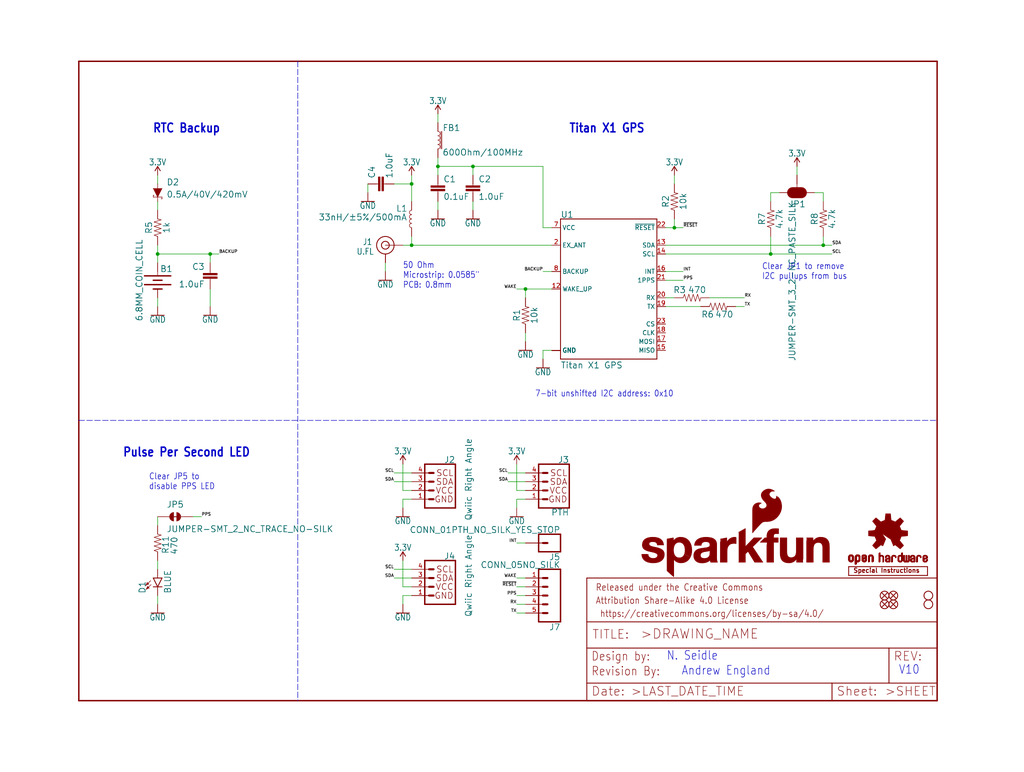
<source format=kicad_sch>
(kicad_sch (version 20211123) (generator eeschema)
  (paper "User" 297.002 223.926)
  (lib_symbols
    (symbol "Qwiic GPS - Titan X1 v10-eagle-import:0.1UF-0603-25V-(+80{slash}-20%)"
      (property "Reference" "C" (at 1.524 2.921 0))
      (property "Value" "0.1UF-0603-25V-(+80{slash}-20%)" (at 1.524 -2.159 0))
      (symbol "0.1UF-0603-25V-(+80{slash}-20%)_1_0"
        (pin passive line (at 0 5.08 270) (length 2.54) (name "1") (number "1"))
        (pin passive line (at 0 -2.54 90) (length 2.54) (name "2") (number "2"))
      )
    )
    (symbol "Qwiic GPS - Titan X1 v10-eagle-import:1.0UF-0603-16V-10%"
      (property "Reference" "C" (at 1.524 2.921 0))
      (property "Value" "1.0UF-0603-16V-10%" (at 1.524 -2.159 0))
      (symbol "1.0UF-0603-16V-10%_1_0"
        (pin passive line (at 0 5.08 270) (length 2.54) (name "1") (number "1"))
        (pin passive line (at 0 -2.54 90) (length 2.54) (name "2") (number "2"))
      )
    )
    (symbol "Qwiic GPS - Titan X1 v10-eagle-import:10KOHM-0603-1{slash}10W-1%"
      (property "Reference" "R" (at 0 1.524 0))
      (property "Value" "10KOHM-0603-1{slash}10W-1%" (at 0 -1.524 0))
      (symbol "10KOHM-0603-1{slash}10W-1%_1_0"
        (pin passive line (at -5.08 0 0) (length 2.54) (name "1") (number "1"))
        (pin passive line (at 5.08 0 180) (length 2.54) (name "2") (number "2"))
      )
    )
    (symbol "Qwiic GPS - Titan X1 v10-eagle-import:1KOHM-0603-1{slash}10W-1%"
      (property "Reference" "R" (at 0 1.524 0))
      (property "Value" "1KOHM-0603-1{slash}10W-1%" (at 0 -1.524 0))
      (symbol "1KOHM-0603-1{slash}10W-1%_1_0"
        (pin passive line (at -5.08 0 0) (length 2.54) (name "1") (number "1"))
        (pin passive line (at 5.08 0 180) (length 2.54) (name "2") (number "2"))
      )
    )
    (symbol "Qwiic GPS - Titan X1 v10-eagle-import:3.3V" (power)
      (property "Value" "3.3V" (at 0 2.794 0))
      (symbol "3.3V_1_0"
        (pin power_in line (at 0 0 90) (length 2.54) (name "3.3V") (number "1"))
      )
    )
    (symbol "Qwiic GPS - Titan X1 v10-eagle-import:4.7KOHM-0603-1{slash}10W-1%"
      (property "Reference" "R" (at 0 1.524 0))
      (property "Value" "4.7KOHM-0603-1{slash}10W-1%" (at 0 -1.524 0))
      (symbol "4.7KOHM-0603-1{slash}10W-1%_1_0"
        (pin passive line (at -5.08 0 0) (length 2.54) (name "1") (number "1"))
        (pin passive line (at 5.08 0 180) (length 2.54) (name "2") (number "2"))
      )
    )
    (symbol "Qwiic GPS - Titan X1 v10-eagle-import:470OHM-0603-1{slash}10W-1%"
      (property "Reference" "R" (at 0 1.524 0))
      (property "Value" "470OHM-0603-1{slash}10W-1%" (at 0 -1.524 0))
      (symbol "470OHM-0603-1{slash}10W-1%_1_0"
        (pin passive line (at -5.08 0 0) (length 2.54) (name "1") (number "1"))
        (pin passive line (at 5.08 0 180) (length 2.54) (name "2") (number "2"))
      )
    )
    (symbol "Qwiic GPS - Titan X1 v10-eagle-import:BATTERY-6.8MM_SMD"
      (property "Reference" "BT" (at 0 4.318 0))
      (property "Value" "BATTERY-6.8MM_SMD" (at 0 -4.318 0))
      (symbol "BATTERY-6.8MM_SMD_1_0"
        (pin power_in line (at -5.08 0 0) (length 2.54) (name "+") (number "+"))
        (pin power_in line (at 5.08 0 180) (length 2.54) (name "-") (number "-"))
      )
    )
    (symbol "Qwiic GPS - Titan X1 v10-eagle-import:CONN_01PTH_NO_SILK_YES_STOP"
      (property "Reference" "J" (at -2.54 3.048 0))
      (property "Value" "CONN_01PTH_NO_SILK_YES_STOP" (at -2.54 -4.826 0))
      (symbol "CONN_01PTH_NO_SILK_YES_STOP_1_0"
        (pin passive line (at 7.62 0 180) (length 5.08) (name "1") (number "1"))
      )
    )
    (symbol "Qwiic GPS - Titan X1 v10-eagle-import:CONN_05NO_SILK"
      (property "Reference" "J" (at -2.54 8.128 0))
      (property "Value" "CONN_05NO_SILK" (at -2.54 -9.906 0))
      (symbol "CONN_05NO_SILK_1_0"
        (pin passive line (at 7.62 -5.08 180) (length 5.08) (name "1") (number "1"))
        (pin passive line (at 7.62 -2.54 180) (length 5.08) (name "2") (number "2"))
        (pin passive line (at 7.62 0 180) (length 5.08) (name "3") (number "3"))
        (pin passive line (at 7.62 2.54 180) (length 5.08) (name "4") (number "4"))
        (pin passive line (at 7.62 5.08 180) (length 5.08) (name "5") (number "5"))
      )
    )
    (symbol "Qwiic GPS - Titan X1 v10-eagle-import:DIODE-SCHOTTKY-PMEG4005EJ"
      (property "Reference" "D" (at -2.54 2.032 0))
      (property "Value" "DIODE-SCHOTTKY-PMEG4005EJ" (at -2.54 -2.032 0))
      (symbol "DIODE-SCHOTTKY-PMEG4005EJ_1_0"
        (pin passive line (at -2.54 0 0) (length 0) (name "A") (number "A"))
        (pin passive line (at 2.54 0 180) (length 0) (name "C") (number "C"))
      )
    )
    (symbol "Qwiic GPS - Titan X1 v10-eagle-import:FERRITE_BEAD-0603"
      (property "Reference" "FB" (at 1.27 2.54 0))
      (property "Value" "FERRITE_BEAD-0603" (at 1.27 -2.54 0))
      (symbol "FERRITE_BEAD-0603_1_0"
        (pin passive line (at 0 5.08 270) (length 2.54) (name "1") (number "1"))
        (pin passive line (at 0 -5.08 90) (length 2.54) (name "2") (number "2"))
      )
    )
    (symbol "Qwiic GPS - Titan X1 v10-eagle-import:FIDUCIALUFIDUCIAL")
    (symbol "Qwiic GPS - Titan X1 v10-eagle-import:FRAME-LETTER"
      (symbol "FRAME-LETTER_2_0"
        (text " https://creativecommons.org/licenses/by-sa/4.0/" (at 2.54 24.13 0) (effects (font (size 1.9304 1.6408)) (justify left bottom)))
        (text ">DRAWING_NAME" (at 15.494 17.78 0) (effects (font (size 2.7432 2.7432)) (justify left bottom)))
        (text ">LAST_DATE_TIME" (at 12.7 1.27 0) (effects (font (size 2.54 2.54)) (justify left bottom)))
        (text ">SHEET" (at 86.36 1.27 0) (effects (font (size 2.54 2.54)) (justify left bottom)))
        (text "Attribution Share-Alike 4.0 License" (at 2.54 27.94 0) (effects (font (size 1.9304 1.6408)) (justify left bottom)))
        (text "Date:" (at 1.27 1.27 0) (effects (font (size 2.54 2.54)) (justify left bottom)))
        (text "Design by:" (at 1.27 11.43 0) (effects (font (size 2.54 2.159)) (justify left bottom)))
        (text "Released under the Creative Commons" (at 2.54 31.75 0) (effects (font (size 1.9304 1.6408)) (justify left bottom)))
        (text "REV:" (at 88.9 11.43 0) (effects (font (size 2.54 2.54)) (justify left bottom)))
        (text "Sheet:" (at 72.39 1.27 0) (effects (font (size 2.54 2.54)) (justify left bottom)))
        (text "TITLE:" (at 1.524 17.78 0) (effects (font (size 2.54 2.54)) (justify left bottom)))
      )
    )
    (symbol "Qwiic GPS - Titan X1 v10-eagle-import:GND" (power)
      (property "Value" "GND" (at 0 -0.254 0))
      (symbol "GND_1_0"
        (pin power_in line (at 0 2.54 270) (length 2.54) (name "GND") (number "1"))
      )
    )
    (symbol "Qwiic GPS - Titan X1 v10-eagle-import:I2C_STANDARDQWIIC"
      (property "Reference" "J" (at -5.08 7.874 0))
      (property "Value" "I2C_STANDARDQWIIC" (at -5.08 -5.334 0))
      (symbol "I2C_STANDARDQWIIC_1_0"
        (text "GND" (at -4.572 -2.54 0) (effects (font (size 1.778 1.778)) (justify left)))
        (text "SCL" (at -4.572 5.08 0) (effects (font (size 1.778 1.778)) (justify left)))
        (text "SDA" (at -4.572 2.54 0) (effects (font (size 1.778 1.778)) (justify left)))
        (text "VCC" (at -4.572 0 0) (effects (font (size 1.778 1.778)) (justify left)))
        (pin power_in line (at 7.62 -2.54 180) (length 5.08) (name "1") (number "1"))
        (pin power_in line (at 7.62 0 180) (length 5.08) (name "2") (number "2"))
        (pin passive line (at 7.62 2.54 180) (length 5.08) (name "3") (number "3"))
        (pin passive line (at 7.62 5.08 180) (length 5.08) (name "4") (number "4"))
      )
    )
    (symbol "Qwiic GPS - Titan X1 v10-eagle-import:I2C_STANDARD_NO_SILK"
      (property "Reference" "J" (at -5.08 7.874 0))
      (property "Value" "I2C_STANDARD_NO_SILK" (at -5.08 -5.334 0))
      (symbol "I2C_STANDARD_NO_SILK_1_0"
        (text "GND" (at -4.572 -2.54 0) (effects (font (size 1.778 1.778)) (justify left)))
        (text "SCL" (at -4.572 5.08 0) (effects (font (size 1.778 1.778)) (justify left)))
        (text "SDA" (at -4.572 2.54 0) (effects (font (size 1.778 1.778)) (justify left)))
        (text "VCC" (at -4.572 0 0) (effects (font (size 1.778 1.778)) (justify left)))
        (pin power_in line (at 7.62 -2.54 180) (length 5.08) (name "1") (number "1"))
        (pin power_in line (at 7.62 0 180) (length 5.08) (name "2") (number "2"))
        (pin passive line (at 7.62 2.54 180) (length 5.08) (name "3") (number "3"))
        (pin passive line (at 7.62 5.08 180) (length 5.08) (name "4") (number "4"))
      )
    )
    (symbol "Qwiic GPS - Titan X1 v10-eagle-import:INDUCTOR-0603-33NH"
      (property "Reference" "L" (at 1.27 2.54 0))
      (property "Value" "INDUCTOR-0603-33NH" (at 1.27 -2.54 0))
      (symbol "INDUCTOR-0603-33NH_1_0"
        (pin passive line (at 0 5.08 270) (length 2.54) (name "1") (number "1"))
        (pin passive line (at 0 -5.08 90) (length 2.54) (name "2") (number "2"))
      )
    )
    (symbol "Qwiic GPS - Titan X1 v10-eagle-import:JUMPER-SMT_2_NC_TRACE_NO-SILK"
      (property "Reference" "JP" (at -2.54 2.54 0))
      (property "Value" "JUMPER-SMT_2_NC_TRACE_NO-SILK" (at -2.54 -2.54 0))
      (symbol "JUMPER-SMT_2_NC_TRACE_NO-SILK_1_0"
        (pin passive line (at -5.08 0 0) (length 2.54) (name "1") (number "1"))
        (pin passive line (at 5.08 0 180) (length 2.54) (name "2") (number "2"))
      )
    )
    (symbol "Qwiic GPS - Titan X1 v10-eagle-import:JUMPER-SMT_3_2-NC_PASTE_SILK"
      (property "Reference" "JP" (at 2.54 0.381 0))
      (property "Value" "JUMPER-SMT_3_2-NC_PASTE_SILK" (at 2.54 -0.381 0))
      (symbol "JUMPER-SMT_3_2-NC_PASTE_SILK_1_0"
        (pin passive line (at 0 5.08 270) (length 2.54) (name "1") (number "1"))
        (pin passive line (at -5.08 0 0) (length 2.54) (name "2") (number "2"))
        (pin passive line (at 0 -5.08 90) (length 2.54) (name "3") (number "3"))
      )
    )
    (symbol "Qwiic GPS - Titan X1 v10-eagle-import:LED-BLUE0603"
      (property "Reference" "D" (at -3.429 -4.572 90))
      (property "Value" "LED-BLUE0603" (at 1.905 -4.572 90))
      (symbol "LED-BLUE0603_1_0"
        (pin passive line (at 0 2.54 270) (length 2.54) (name "A") (number "A"))
        (pin passive line (at 0 -5.08 90) (length 2.54) (name "C") (number "C"))
      )
    )
    (symbol "Qwiic GPS - Titan X1 v10-eagle-import:OSHW-LOGOMINI")
    (symbol "Qwiic GPS - Titan X1 v10-eagle-import:REVISION"
      (symbol "REVISION_1_0"
        (text "Revision By: " (at 0 0 0) (effects (font (size 2.54 2.159)) (justify left bottom)))
      )
    )
    (symbol "Qwiic GPS - Titan X1 v10-eagle-import:SFE_LOGO_NAME_FLAME.1_INCH")
    (symbol "Qwiic GPS - Titan X1 v10-eagle-import:SPECIAL_INSTRUCTIONS-PRODUCTION"
      (symbol "SPECIAL_INSTRUCTIONS-PRODUCTION_1_0"
        (text "Special Instructions" (at 1.27 0.6985 0) (effects (font (size 1.27 1.27) (thickness 0.254) bold) (justify left bottom)))
      )
    )
    (symbol "Qwiic GPS - Titan X1 v10-eagle-import:STAND-OFF")
    (symbol "Qwiic GPS - Titan X1 v10-eagle-import:TITAN_X1_GPS"
      (property "Reference" "U" (at -15.24 20.574 0))
      (property "Value" "TITAN_X1_GPS" (at -15.24 -23.114 0))
      (symbol "TITAN_X1_GPS_1_0"
        (pin bidirectional line (at -17.78 -17.78 0) (length 2.54) (name "GND") (number "1"))
        (pin bidirectional line (at -17.78 -17.78 0) (length 2.54) (name "GND") (number "10"))
        (pin bidirectional line (at -17.78 -17.78 0) (length 2.54) (name "GND") (number "11"))
        (pin bidirectional line (at -17.78 0 0) (length 2.54) (name "WAKE_UP") (number "12"))
        (pin bidirectional line (at 15.24 12.7 180) (length 2.54) (name "SDA") (number "13"))
        (pin bidirectional line (at 15.24 10.16 180) (length 2.54) (name "SCL") (number "14"))
        (pin bidirectional line (at 15.24 -17.78 180) (length 2.54) (name "MISO") (number "15"))
        (pin bidirectional line (at 15.24 5.08 180) (length 2.54) (name "INT") (number "16"))
        (pin bidirectional line (at 15.24 -15.24 180) (length 2.54) (name "MOSI") (number "17"))
        (pin bidirectional line (at 15.24 -12.7 180) (length 2.54) (name "CLK") (number "18"))
        (pin bidirectional line (at 15.24 -5.08 180) (length 2.54) (name "TX") (number "19"))
        (pin bidirectional line (at -17.78 12.7 0) (length 2.54) (name "EX_ANT") (number "2"))
        (pin bidirectional line (at 15.24 -2.54 180) (length 2.54) (name "RX") (number "20"))
        (pin bidirectional line (at 15.24 2.54 180) (length 2.54) (name "1PPS") (number "21"))
        (pin bidirectional line (at 15.24 17.78 180) (length 2.54) (name "~{RESET}") (number "22"))
        (pin bidirectional line (at 15.24 -10.16 180) (length 2.54) (name "CS") (number "23"))
        (pin bidirectional line (at -17.78 -17.78 0) (length 2.54) (name "GND") (number "24"))
        (pin bidirectional line (at -17.78 -17.78 0) (length 2.54) (name "GND") (number "3"))
        (pin bidirectional line (at -17.78 -17.78 0) (length 2.54) (name "GND") (number "4"))
        (pin bidirectional line (at -17.78 -17.78 0) (length 2.54) (name "GND") (number "5"))
        (pin bidirectional line (at -17.78 -17.78 0) (length 2.54) (name "GND") (number "6"))
        (pin bidirectional line (at -17.78 17.78 0) (length 2.54) (name "VCC") (number "7"))
        (pin bidirectional line (at -17.78 5.08 0) (length 2.54) (name "BACKUP") (number "8"))
        (pin bidirectional line (at -17.78 -17.78 0) (length 2.54) (name "GND") (number "9"))
      )
    )
    (symbol "Qwiic GPS - Titan X1 v10-eagle-import:U.FL2PIN"
      (property "Reference" "J" (at 2.54 -5.08 0))
      (property "Value" "U.FL2PIN" (at 2.54 -7.62 0))
      (symbol "U.FL2PIN_1_0"
        (pin bidirectional line (at 0 -5.08 90) (length 2.54) (name "GND") (number "1"))
        (pin bidirectional line (at 0 -5.08 90) (length 2.54) (name "GND") (number "2"))
        (pin bidirectional line (at 5.08 0 180) (length 5.08) (name "SIGNAL") (number "FEED"))
      )
    )
  )
  (junction (at 127 48.26))
  (junction (at 195.58 66.04))
  (junction (at 137.16 48.26))
  (junction (at 223.52 73.66))
  (junction (at 45.72 73.66))
  (junction (at 119.38 53.34))
  (junction (at 60.96 73.66))
  (junction (at 119.38 71.12))
  (junction (at 152.4 83.82))
  (junction (at 238.76 71.12))
  (wire (pts (xy 238.76 55.88) (xy 236.22 55.88)))
  (wire (pts (xy 111.76 78.74) (xy 111.76 76.2)))
  (wire (pts (xy 238.76 68.58) (xy 238.76 71.12)))
  (wire (pts (xy 152.4 83.82) (xy 152.4 86.36)))
  (wire (pts (xy 160.02 83.82) (xy 152.4 83.82)))
  (wire (pts (xy 160.02 71.12) (xy 119.38 71.12)))
  (wire (pts (xy 119.38 142.24) (xy 116.84 142.24)))
  (wire (pts (xy 119.38 167.64) (xy 114.3 167.64)))
  (wire (pts (xy 152.4 157.48) (xy 149.86 157.48)))
  (wire (pts (xy 149.86 144.78) (xy 149.86 147.32)))
  (wire (pts (xy 193.04 78.74) (xy 198.12 78.74)))
  (wire (pts (xy 152.4 142.24) (xy 149.86 142.24)))
  (wire (pts (xy 45.72 58.42) (xy 45.72 60.96)))
  (wire (pts (xy 205.74 86.36) (xy 215.9 86.36)))
  (wire (pts (xy 119.38 137.16) (xy 114.3 137.16)))
  (wire (pts (xy 127 58.42) (xy 127 60.96)))
  (wire (pts (xy 238.76 71.12) (xy 241.3 71.12)))
  (wire (pts (xy 60.96 73.66) (xy 63.5 73.66)))
  (wire (pts (xy 157.48 48.26) (xy 157.48 66.04)))
  (wire (pts (xy 195.58 53.34) (xy 195.58 50.8)))
  (wire (pts (xy 195.58 66.04) (xy 198.12 66.04)))
  (wire (pts (xy 119.38 165.1) (xy 114.3 165.1)))
  (wire (pts (xy 160.02 78.74) (xy 157.48 78.74)))
  (wire (pts (xy 193.04 81.28) (xy 198.12 81.28)))
  (wire (pts (xy 127 33.02) (xy 127 35.56)))
  (wire (pts (xy 152.4 170.18) (xy 149.86 170.18)))
  (wire (pts (xy 45.72 86.36) (xy 45.72 88.9)))
  (wire (pts (xy 152.4 175.26) (xy 149.86 175.26)))
  (wire (pts (xy 193.04 88.9) (xy 203.2 88.9)))
  (wire (pts (xy 193.04 86.36) (xy 195.58 86.36)))
  (polyline (pts (xy 86.36 17.78) (xy 86.36 203.2)))
  (wire (pts (xy 152.4 137.16) (xy 147.32 137.16)))
  (wire (pts (xy 152.4 83.82) (xy 149.86 83.82)))
  (wire (pts (xy 114.3 53.34) (xy 119.38 53.34)))
  (wire (pts (xy 223.52 68.58) (xy 223.52 73.66)))
  (wire (pts (xy 116.84 170.18) (xy 116.84 162.56)))
  (wire (pts (xy 231.14 48.26) (xy 231.14 50.8)))
  (wire (pts (xy 223.52 55.88) (xy 226.06 55.88)))
  (wire (pts (xy 127 48.26) (xy 137.16 48.26)))
  (wire (pts (xy 152.4 139.7) (xy 147.32 139.7)))
  (wire (pts (xy 116.84 144.78) (xy 116.84 147.32)))
  (wire (pts (xy 106.68 53.34) (xy 106.68 55.88)))
  (wire (pts (xy 60.96 73.66) (xy 45.72 73.66)))
  (wire (pts (xy 152.4 144.78) (xy 149.86 144.78)))
  (wire (pts (xy 223.52 73.66) (xy 241.3 73.66)))
  (wire (pts (xy 116.84 142.24) (xy 116.84 134.62)))
  (wire (pts (xy 45.72 172.72) (xy 45.72 175.26)))
  (wire (pts (xy 193.04 73.66) (xy 223.52 73.66)))
  (wire (pts (xy 119.38 71.12) (xy 116.84 71.12)))
  (wire (pts (xy 152.4 172.72) (xy 149.86 172.72)))
  (wire (pts (xy 60.96 83.82) (xy 60.96 88.9)))
  (wire (pts (xy 213.36 88.9) (xy 215.9 88.9)))
  (wire (pts (xy 119.38 68.58) (xy 119.38 71.12)))
  (polyline (pts (xy 22.86 121.92) (xy 271.78 121.92)))
  (wire (pts (xy 238.76 58.42) (xy 238.76 55.88)))
  (wire (pts (xy 193.04 71.12) (xy 238.76 71.12)))
  (wire (pts (xy 45.72 149.86) (xy 45.72 152.4)))
  (wire (pts (xy 119.38 144.78) (xy 116.84 144.78)))
  (wire (pts (xy 152.4 96.52) (xy 152.4 99.06)))
  (wire (pts (xy 127 45.72) (xy 127 48.26)))
  (wire (pts (xy 193.04 66.04) (xy 195.58 66.04)))
  (wire (pts (xy 149.86 142.24) (xy 149.86 134.62)))
  (wire (pts (xy 137.16 48.26) (xy 137.16 50.8)))
  (wire (pts (xy 127 48.26) (xy 127 50.8)))
  (wire (pts (xy 152.4 167.64) (xy 149.86 167.64)))
  (wire (pts (xy 55.88 149.86) (xy 58.42 149.86)))
  (wire (pts (xy 119.38 170.18) (xy 116.84 170.18)))
  (wire (pts (xy 45.72 162.56) (xy 45.72 165.1)))
  (wire (pts (xy 195.58 66.04) (xy 195.58 63.5)))
  (wire (pts (xy 157.48 101.6) (xy 157.48 104.14)))
  (wire (pts (xy 152.4 177.8) (xy 149.86 177.8)))
  (wire (pts (xy 119.38 50.8) (xy 119.38 53.34)))
  (wire (pts (xy 119.38 53.34) (xy 119.38 58.42)))
  (wire (pts (xy 160.02 101.6) (xy 157.48 101.6)))
  (wire (pts (xy 137.16 60.96) (xy 137.16 58.42)))
  (wire (pts (xy 119.38 172.72) (xy 116.84 172.72)))
  (wire (pts (xy 119.38 139.7) (xy 114.3 139.7)))
  (wire (pts (xy 157.48 66.04) (xy 160.02 66.04)))
  (wire (pts (xy 45.72 71.12) (xy 45.72 73.66)))
  (wire (pts (xy 45.72 50.8) (xy 45.72 53.34)))
  (wire (pts (xy 116.84 172.72) (xy 116.84 175.26)))
  (wire (pts (xy 60.96 73.66) (xy 60.96 76.2)))
  (wire (pts (xy 45.72 73.66) (xy 45.72 76.2)))
  (wire (pts (xy 137.16 48.26) (xy 157.48 48.26)))
  (wire (pts (xy 223.52 58.42) (xy 223.52 55.88)))
  (text "Clear JP5 to\ndisable PPS LED" (at 43.18 142.24 180) (effects (font (size 1.778 1.5113)) (justify left bottom)))
  (text "N. Seidle" (at 193.294 191.77 180) (effects (font (size 2.54 2.159)) (justify left bottom)))
  (text "Clear JP1 to remove\nI2C pullups from bus" (at 220.98 81.28 180) (effects (font (size 1.778 1.5113)) (justify left bottom)))
  (text "Titan X1 GPS" (at 176.022 37.338 180) (effects (font (size 2.54 2.159) (thickness 0.4318) bold)))
  (text "Andrew England" (at 197.612 196.088 180) (effects (font (size 2.54 2.159)) (justify left bottom)))
  (text "Pulse Per Second LED" (at 54.102 131.318 180) (effects (font (size 2.54 2.159) (thickness 0.4318) bold)))
  (text "V10" (at 260.604 195.834 180) (effects (font (size 2.54 2.159)) (justify left bottom)))
  (text "50 Ohm\nMicrostrip: 0.0585\"\nPCB: 0.8mm" (at 116.84 83.82 180) (effects (font (size 1.778 1.5113)) (justify left bottom)))
  (text "7-bit unshifted I2C address: 0x10" (at 175.26 114.3 180) (effects (font (size 1.778 1.5113))))
  (text "RTC Backup" (at 54.102 37.338 180) (effects (font (size 2.54 2.159) (thickness 0.4318) bold)))
  (label "PPS" (at 198.12 81.28 0) (effects (font (size 0.889 0.889))))
  (label "SCL" (at 147.32 137.16 180) (effects (font (size 0.889 0.889))))
  (label "SDA" (at 147.32 139.7 180) (effects (font (size 0.889 0.889))))
  (label "INT" (at 149.86 157.48 180) (effects (font (size 0.889 0.889))))
  (label "SCL" (at 114.3 165.1 180) (effects (font (size 0.889 0.889))))
  (label "~{RESET}" (at 198.12 66.04 0) (effects (font (size 0.889 0.889))))
  (label "WAKE" (at 149.86 167.64 180) (effects (font (size 0.889 0.889))))
  (label "BACKUP" (at 63.5 73.66 0) (effects (font (size 0.889 0.889))))
  (label "PPS" (at 149.86 172.72 180) (effects (font (size 0.889 0.889))))
  (label "BACKUP" (at 157.48 78.74 180) (effects (font (size 0.889 0.889))))
  (label "INT" (at 198.12 78.74 0) (effects (font (size 0.889 0.889))))
  (label "~{RESET}" (at 149.86 170.18 180) (effects (font (size 0.889 0.889))))
  (label "TX" (at 215.9 88.9 0) (effects (font (size 0.889 0.889))))
  (label "TX" (at 149.86 177.8 180) (effects (font (size 0.889 0.889))))
  (label "WAKE" (at 149.86 83.82 180) (effects (font (size 0.889 0.889))))
  (label "SCL" (at 241.3 73.66 0) (effects (font (size 0.889 0.889))))
  (label "RX" (at 149.86 175.26 180) (effects (font (size 0.889 0.889))))
  (label "RX" (at 215.9 86.36 0) (effects (font (size 0.889 0.889))))
  (label "SCL" (at 114.3 137.16 180) (effects (font (size 0.889 0.889))))
  (label "PPS" (at 58.42 149.86 0) (effects (font (size 0.889 0.889))))
  (label "SDA" (at 241.3 71.12 0) (effects (font (size 0.889 0.889))))
  (label "SDA" (at 114.3 167.64 180) (effects (font (size 0.889 0.889))))
  (label "SDA" (at 114.3 139.7 180) (effects (font (size 0.889 0.889))))
  (symbol (lib_id "Qwiic GPS - Titan X1 v10-eagle-import:SPECIAL_INSTRUCTIONS-PRODUCTION") (at 246.126 166.878 0) (unit 1)
    (property "Reference" "U$3" (effects hide))
    (property "Value" "SPECIAL_INSTRUCTIONS-PRODUCTION" (effects hide))
    (property "Footprint" "Qwiic GPS - Titan X1 v10:PRODUCTION_INSTRUCTIONS" (effects hide))
  )
  (symbol (lib_id "Qwiic GPS - Titan X1 v10-eagle-import:GND") (at 45.72 91.44 0) (unit 1)
    (property "Reference" "#GND5" (effects hide))
    (property "Value" "GND" (at 45.72 91.694 0) (effects (font (size 1.778 1.5113)) (justify top)))
    (property "Footprint" "Qwiic GPS - Titan X1 v10:" (effects hide))
  )
  (symbol (lib_id "Qwiic GPS - Titan X1 v10-eagle-import:1KOHM-0603-1{slash}10W-1%") (at 45.72 66.04 90) (unit 1)
    (property "Reference" "R5" (at 44.196 66.04 0) (effects (font (size 1.778 1.778)) (justify bottom)))
    (property "Value" "1k" (at 47.244 66.04 0) (effects (font (size 1.778 1.778)) (justify top)))
    (property "Footprint" "Qwiic GPS - Titan X1 v10:0603" (effects hide))
  )
  (symbol (lib_id "Qwiic GPS - Titan X1 v10-eagle-import:3.3V") (at 149.86 134.62 0) (unit 1)
    (property "Reference" "#SUPPLY7" (effects hide))
    (property "Value" "3.3V" (at 149.86 131.826 0) (effects (font (size 1.778 1.5113)) (justify bottom)))
    (property "Footprint" "Qwiic GPS - Titan X1 v10:" (effects hide))
  )
  (symbol (lib_id "Qwiic GPS - Titan X1 v10-eagle-import:GND") (at 127 63.5 0) (mirror y) (unit 1)
    (property "Reference" "#GND11" (effects hide))
    (property "Value" "GND" (at 127 63.754 0) (effects (font (size 1.778 1.5113)) (justify top)))
    (property "Footprint" "Qwiic GPS - Titan X1 v10:" (effects hide))
  )
  (symbol (lib_id "Qwiic GPS - Titan X1 v10-eagle-import:3.3V") (at 231.14 48.26 0) (unit 1)
    (property "Reference" "#SUPPLY9" (effects hide))
    (property "Value" "3.3V" (at 231.14 45.466 0) (effects (font (size 1.778 1.5113)) (justify bottom)))
    (property "Footprint" "Qwiic GPS - Titan X1 v10:" (effects hide))
  )
  (symbol (lib_id "Qwiic GPS - Titan X1 v10-eagle-import:GND") (at 111.76 81.28 0) (unit 1)
    (property "Reference" "#GND12" (effects hide))
    (property "Value" "GND" (at 111.76 81.534 0) (effects (font (size 1.778 1.5113)) (justify top)))
    (property "Footprint" "Qwiic GPS - Titan X1 v10:" (effects hide))
  )
  (symbol (lib_id "Qwiic GPS - Titan X1 v10-eagle-import:JUMPER-SMT_3_2-NC_PASTE_SILK") (at 231.14 55.88 270) (unit 1)
    (property "Reference" "JP1" (at 228.6 60.198 90) (effects (font (size 1.778 1.778)) (justify left bottom)))
    (property "Value" "JUMPER-SMT_3_2-NC_PASTE_SILK" (at 230.759 58.42 0) (effects (font (size 1.778 1.778)) (justify left top)))
    (property "Footprint" "Qwiic GPS - Titan X1 v10:SMT-JUMPER_3_2-NC_PASTE_SILK" (effects hide))
  )
  (symbol (lib_id "Qwiic GPS - Titan X1 v10-eagle-import:FIDUCIALUFIDUCIAL") (at 259.08 175.26 270) (unit 1)
    (property "Reference" "JP8" (effects hide))
    (property "Value" "FIDUCIALUFIDUCIAL" (effects hide))
    (property "Footprint" "Qwiic GPS - Titan X1 v10:MICRO-FIDUCIAL" (effects hide))
  )
  (symbol (lib_id "Qwiic GPS - Titan X1 v10-eagle-import:I2C_STANDARDQWIIC") (at 127 142.24 0) (mirror y) (unit 1)
    (property "Reference" "J2" (at 132.08 134.366 0) (effects (font (size 1.778 1.778)) (justify left bottom)))
    (property "Value" "Qwiic Right Angle" (at 134.874 127 90) (effects (font (size 1.778 1.778)) (justify right bottom)))
    (property "Footprint" "Qwiic GPS - Titan X1 v10:1X04_1MM_RA" (effects hide))
  )
  (symbol (lib_id "Qwiic GPS - Titan X1 v10-eagle-import:CONN_01PTH_NO_SILK_YES_STOP") (at 160.02 157.48 180) (unit 1)
    (property "Reference" "J5" (at 162.56 160.528 0) (effects (font (size 1.778 1.778)) (justify left bottom)))
    (property "Value" "CONN_01PTH_NO_SILK_YES_STOP" (at 162.56 152.654 0) (effects (font (size 1.778 1.778)) (justify left bottom)))
    (property "Footprint" "Qwiic GPS - Titan X1 v10:1X01_NO_SILK" (effects hide))
  )
  (symbol (lib_id "Qwiic GPS - Titan X1 v10-eagle-import:GND") (at 157.48 106.68 0) (unit 1)
    (property "Reference" "#GND3" (effects hide))
    (property "Value" "GND" (at 157.48 106.934 0) (effects (font (size 1.778 1.5113)) (justify top)))
    (property "Footprint" "Qwiic GPS - Titan X1 v10:" (effects hide))
  )
  (symbol (lib_id "Qwiic GPS - Titan X1 v10-eagle-import:SFE_LOGO_NAME_FLAME.1_INCH") (at 185.42 167.64 0) (unit 1)
    (property "Reference" "LOGO2" (effects hide))
    (property "Value" "SFE_LOGO_NAME_FLAME.1_INCH" (effects hide))
    (property "Footprint" "Qwiic GPS - Titan X1 v10:SFE_LOGO_NAME_FLAME_.1" (effects hide))
  )
  (symbol (lib_id "Qwiic GPS - Titan X1 v10-eagle-import:1.0UF-0603-16V-10%") (at 137.16 55.88 0) (unit 1)
    (property "Reference" "C2" (at 138.684 52.959 0) (effects (font (size 1.778 1.778)) (justify left bottom)))
    (property "Value" "1.0uF" (at 138.684 58.039 0) (effects (font (size 1.778 1.778)) (justify left bottom)))
    (property "Footprint" "Qwiic GPS - Titan X1 v10:0603" (effects hide))
  )
  (symbol (lib_id "Qwiic GPS - Titan X1 v10-eagle-import:3.3V") (at 45.72 50.8 0) (unit 1)
    (property "Reference" "#SUPPLY5" (effects hide))
    (property "Value" "3.3V" (at 45.72 48.006 0) (effects (font (size 1.778 1.5113)) (justify bottom)))
    (property "Footprint" "Qwiic GPS - Titan X1 v10:" (effects hide))
  )
  (symbol (lib_id "Qwiic GPS - Titan X1 v10-eagle-import:OSHW-LOGOMINI") (at 257.556 154.686 0) (unit 1)
    (property "Reference" "LOGO1" (effects hide))
    (property "Value" "OSHW-LOGOMINI" (effects hide))
    (property "Footprint" "Qwiic GPS - Titan X1 v10:OSHW-LOGO-MINI" (effects hide))
  )
  (symbol (lib_id "Qwiic GPS - Titan X1 v10-eagle-import:BATTERY-6.8MM_SMD") (at 45.72 81.28 270) (unit 1)
    (property "Reference" "B1" (at 48.26 78.994 90) (effects (font (size 1.778 1.778)) (justify bottom)))
    (property "Value" "6.8MM_COIN_CELL" (at 41.402 81.28 0) (effects (font (size 1.778 1.778)) (justify top)))
    (property "Footprint" "Qwiic GPS - Titan X1 v10:BATTCON-6.8MM" (effects hide))
  )
  (symbol (lib_id "Qwiic GPS - Titan X1 v10-eagle-import:I2C_STANDARD_NO_SILK") (at 160.02 142.24 0) (mirror y) (unit 1)
    (property "Reference" "J3" (at 165.1 134.366 0) (effects (font (size 1.778 1.778)) (justify left bottom)))
    (property "Value" "PTH" (at 165.1 147.574 0) (effects (font (size 1.778 1.778)) (justify left top)))
    (property "Footprint" "Qwiic GPS - Titan X1 v10:1X04_NO_SILK" (effects hide))
  )
  (symbol (lib_id "Qwiic GPS - Titan X1 v10-eagle-import:GND") (at 60.96 91.44 0) (unit 1)
    (property "Reference" "#GND10" (effects hide))
    (property "Value" "GND" (at 60.96 91.694 0) (effects (font (size 1.778 1.5113)) (justify top)))
    (property "Footprint" "Qwiic GPS - Titan X1 v10:" (effects hide))
  )
  (symbol (lib_id "Qwiic GPS - Titan X1 v10-eagle-import:470OHM-0603-1{slash}10W-1%") (at 200.66 86.36 0) (unit 1)
    (property "Reference" "R3" (at 197.104 85.09 0) (effects (font (size 1.778 1.778)) (justify bottom)))
    (property "Value" "470" (at 202.184 85.09 0) (effects (font (size 1.778 1.778)) (justify bottom)))
    (property "Footprint" "Qwiic GPS - Titan X1 v10:0603" (effects hide))
  )
  (symbol (lib_id "Qwiic GPS - Titan X1 v10-eagle-import:GND") (at 152.4 101.6 0) (unit 1)
    (property "Reference" "#GND9" (effects hide))
    (property "Value" "GND" (at 152.4 101.854 0) (effects (font (size 1.778 1.5113)) (justify top)))
    (property "Footprint" "Qwiic GPS - Titan X1 v10:" (effects hide))
  )
  (symbol (lib_id "Qwiic GPS - Titan X1 v10-eagle-import:STAND-OFF") (at 269.24 172.72 0) (unit 1)
    (property "Reference" "JP3" (effects hide))
    (property "Value" "STAND-OFF" (effects hide))
    (property "Footprint" "Qwiic GPS - Titan X1 v10:STAND-OFF" (effects hide))
  )
  (symbol (lib_id "Qwiic GPS - Titan X1 v10-eagle-import:GND") (at 149.86 149.86 0) (unit 1)
    (property "Reference" "#GND7" (effects hide))
    (property "Value" "GND" (at 149.86 150.114 0) (effects (font (size 1.778 1.5113)) (justify top)))
    (property "Footprint" "Qwiic GPS - Titan X1 v10:" (effects hide))
  )
  (symbol (lib_id "Qwiic GPS - Titan X1 v10-eagle-import:3.3V") (at 116.84 162.56 0) (unit 1)
    (property "Reference" "#SUPPLY8" (effects hide))
    (property "Value" "3.3V" (at 116.84 159.766 0) (effects (font (size 1.778 1.5113)) (justify bottom)))
    (property "Footprint" "Qwiic GPS - Titan X1 v10:" (effects hide))
  )
  (symbol (lib_id "Qwiic GPS - Titan X1 v10-eagle-import:0.1UF-0603-25V-(+80{slash}-20%)") (at 127 55.88 0) (unit 1)
    (property "Reference" "C1" (at 128.524 52.959 0) (effects (font (size 1.778 1.778)) (justify left bottom)))
    (property "Value" "0.1uF" (at 128.524 58.039 0) (effects (font (size 1.778 1.778)) (justify left bottom)))
    (property "Footprint" "Qwiic GPS - Titan X1 v10:0603" (effects hide))
  )
  (symbol (lib_id "Qwiic GPS - Titan X1 v10-eagle-import:REVISION") (at 171.45 196.088 0) (unit 1)
    (property "Reference" "LOGO3" (effects hide))
    (property "Value" "REVISION" (effects hide))
    (property "Footprint" "Qwiic GPS - Titan X1 v10:REVISION" (effects hide))
  )
  (symbol (lib_id "Qwiic GPS - Titan X1 v10-eagle-import:GND") (at 116.84 177.8 0) (unit 1)
    (property "Reference" "#GND8" (effects hide))
    (property "Value" "GND" (at 116.84 178.054 0) (effects (font (size 1.778 1.5113)) (justify top)))
    (property "Footprint" "Qwiic GPS - Titan X1 v10:" (effects hide))
  )
  (symbol (lib_id "Qwiic GPS - Titan X1 v10-eagle-import:1.0UF-0603-16V-10%") (at 60.96 81.28 0) (mirror y) (unit 1)
    (property "Reference" "C3" (at 59.436 78.359 0) (effects (font (size 1.778 1.778)) (justify left bottom)))
    (property "Value" "1.0uF" (at 59.436 83.439 0) (effects (font (size 1.778 1.778)) (justify left bottom)))
    (property "Footprint" "Qwiic GPS - Titan X1 v10:0603" (effects hide))
  )
  (symbol (lib_id "Qwiic GPS - Titan X1 v10-eagle-import:470OHM-0603-1{slash}10W-1%") (at 45.72 157.48 90) (unit 1)
    (property "Reference" "R11" (at 49.022 157.988 0) (effects (font (size 1.778 1.778)) (justify bottom)))
    (property "Value" "470" (at 51.562 158.242 0) (effects (font (size 1.778 1.778)) (justify bottom)))
    (property "Footprint" "Qwiic GPS - Titan X1 v10:0603" (effects hide))
  )
  (symbol (lib_id "Qwiic GPS - Titan X1 v10-eagle-import:4.7KOHM-0603-1{slash}10W-1%") (at 223.52 63.5 90) (unit 1)
    (property "Reference" "R7" (at 221.996 63.5 0) (effects (font (size 1.778 1.778)) (justify bottom)))
    (property "Value" "4.7k" (at 225.044 63.5 0) (effects (font (size 1.778 1.778)) (justify top)))
    (property "Footprint" "Qwiic GPS - Titan X1 v10:0603" (effects hide))
  )
  (symbol (lib_id "Qwiic GPS - Titan X1 v10-eagle-import:FIDUCIALUFIDUCIAL") (at 256.54 175.26 270) (unit 1)
    (property "Reference" "JP7" (effects hide))
    (property "Value" "FIDUCIALUFIDUCIAL" (effects hide))
    (property "Footprint" "Qwiic GPS - Titan X1 v10:MICRO-FIDUCIAL" (effects hide))
  )
  (symbol (lib_id "Qwiic GPS - Titan X1 v10-eagle-import:I2C_STANDARDQWIIC") (at 127 170.18 0) (mirror y) (unit 1)
    (property "Reference" "J4" (at 132.08 162.306 0) (effects (font (size 1.778 1.778)) (justify left bottom)))
    (property "Value" "Qwiic Right Angle" (at 134.874 154.94 90) (effects (font (size 1.778 1.778)) (justify right bottom)))
    (property "Footprint" "Qwiic GPS - Titan X1 v10:1X04_1MM_RA" (effects hide))
  )
  (symbol (lib_id "Qwiic GPS - Titan X1 v10-eagle-import:FIDUCIALUFIDUCIAL") (at 256.54 172.72 270) (unit 1)
    (property "Reference" "JP2" (effects hide))
    (property "Value" "FIDUCIALUFIDUCIAL" (effects hide))
    (property "Footprint" "Qwiic GPS - Titan X1 v10:MICRO-FIDUCIAL" (effects hide))
  )
  (symbol (lib_id "Qwiic GPS - Titan X1 v10-eagle-import:U.FL2PIN") (at 111.76 71.12 0) (unit 1)
    (property "Reference" "J1" (at 105.156 71.12 0) (effects (font (size 1.778 1.5113)) (justify left bottom)))
    (property "Value" "U.FL" (at 103.378 73.914 0) (effects (font (size 1.778 1.5113)) (justify left bottom)))
    (property "Footprint" "Qwiic GPS - Titan X1 v10:U.FL" (effects hide))
  )
  (symbol (lib_id "Qwiic GPS - Titan X1 v10-eagle-import:LED-BLUE0603") (at 45.72 167.64 0) (unit 1)
    (property "Reference" "D1" (at 42.291 172.212 90) (effects (font (size 1.778 1.778)) (justify left bottom)))
    (property "Value" "BLUE" (at 47.625 172.212 90) (effects (font (size 1.778 1.778)) (justify left top)))
    (property "Footprint" "Qwiic GPS - Titan X1 v10:LED-0603" (effects hide))
  )
  (symbol (lib_id "Qwiic GPS - Titan X1 v10-eagle-import:10KOHM-0603-1{slash}10W-1%") (at 195.58 58.42 90) (unit 1)
    (property "Reference" "R2" (at 194.056 58.42 0) (effects (font (size 1.778 1.778)) (justify bottom)))
    (property "Value" "10k" (at 197.104 58.42 0) (effects (font (size 1.778 1.778)) (justify top)))
    (property "Footprint" "Qwiic GPS - Titan X1 v10:0603" (effects hide))
  )
  (symbol (lib_id "Qwiic GPS - Titan X1 v10-eagle-import:FIDUCIALUFIDUCIAL") (at 259.08 172.72 0) (unit 1)
    (property "Reference" "JP6" (effects hide))
    (property "Value" "FIDUCIALUFIDUCIAL" (effects hide))
    (property "Footprint" "Qwiic GPS - Titan X1 v10:MICRO-FIDUCIAL" (effects hide))
  )
  (symbol (lib_id "Qwiic GPS - Titan X1 v10-eagle-import:INDUCTOR-0603-33NH") (at 119.38 63.5 180) (unit 1)
    (property "Reference" "L1" (at 114.808 61.468 0) (effects (font (size 1.778 1.778)) (justify right top)))
    (property "Value" "33nH/±5%/500mA" (at 118.11 64.008 0) (effects (font (size 1.778 1.778)) (justify left top)))
    (property "Footprint" "Qwiic GPS - Titan X1 v10:0603" (effects hide))
  )
  (symbol (lib_id "Qwiic GPS - Titan X1 v10-eagle-import:FERRITE_BEAD-0603") (at 127 40.64 0) (unit 1)
    (property "Reference" "FB1" (at 128.27 38.1 0) (effects (font (size 1.778 1.778)) (justify left bottom)))
    (property "Value" "600Ohm/100MHz" (at 128.27 43.18 0) (effects (font (size 1.778 1.778)) (justify left top)))
    (property "Footprint" "Qwiic GPS - Titan X1 v10:0603" (effects hide))
  )
  (symbol (lib_id "Qwiic GPS - Titan X1 v10-eagle-import:FRAME-LETTER") (at 170.18 203.2 0) (unit 2)
    (property "Reference" "FRAME1" (effects hide))
    (property "Value" "FRAME-LETTER" (effects hide))
    (property "Footprint" "Qwiic GPS - Titan X1 v10:CREATIVE_COMMONS" (effects hide))
  )
  (symbol (lib_id "Qwiic GPS - Titan X1 v10-eagle-import:STAND-OFF") (at 269.24 175.26 0) (unit 1)
    (property "Reference" "JP4" (effects hide))
    (property "Value" "STAND-OFF" (effects hide))
    (property "Footprint" "Qwiic GPS - Titan X1 v10:STAND-OFF" (effects hide))
  )
  (symbol (lib_id "Qwiic GPS - Titan X1 v10-eagle-import:1.0UF-0603-16V-10%") (at 111.76 53.34 90) (unit 1)
    (property "Reference" "C4" (at 108.839 51.816 0) (effects (font (size 1.778 1.778)) (justify left bottom)))
    (property "Value" "1.0uF" (at 113.919 51.816 0) (effects (font (size 1.778 1.778)) (justify left bottom)))
    (property "Footprint" "Qwiic GPS - Titan X1 v10:0603" (effects hide))
  )
  (symbol (lib_id "Qwiic GPS - Titan X1 v10-eagle-import:GND") (at 116.84 149.86 0) (unit 1)
    (property "Reference" "#GND6" (effects hide))
    (property "Value" "GND" (at 116.84 150.114 0) (effects (font (size 1.778 1.5113)) (justify top)))
    (property "Footprint" "Qwiic GPS - Titan X1 v10:" (effects hide))
  )
  (symbol (lib_id "Qwiic GPS - Titan X1 v10-eagle-import:4.7KOHM-0603-1{slash}10W-1%") (at 238.76 63.5 90) (unit 1)
    (property "Reference" "R8" (at 237.236 63.5 0) (effects (font (size 1.778 1.778)) (justify bottom)))
    (property "Value" "4.7k" (at 240.284 63.5 0) (effects (font (size 1.778 1.778)) (justify top)))
    (property "Footprint" "Qwiic GPS - Titan X1 v10:0603" (effects hide))
  )
  (symbol (lib_id "Qwiic GPS - Titan X1 v10-eagle-import:TITAN_X1_GPS") (at 177.8 83.82 0) (unit 1)
    (property "Reference" "U1" (at 162.56 63.246 0) (effects (font (size 1.778 1.778)) (justify left bottom)))
    (property "Value" "Titan X1 GPS" (at 162.56 106.934 0) (effects (font (size 1.778 1.778)) (justify left bottom)))
    (property "Footprint" "Qwiic GPS - Titan X1 v10:TITAN_X1_GPS" (effects hide))
  )
  (symbol (lib_id "Qwiic GPS - Titan X1 v10-eagle-import:10KOHM-0603-1{slash}10W-1%") (at 152.4 91.44 90) (unit 1)
    (property "Reference" "R1" (at 150.876 91.44 0) (effects (font (size 1.778 1.778)) (justify bottom)))
    (property "Value" "10k" (at 153.924 91.44 0) (effects (font (size 1.778 1.778)) (justify top)))
    (property "Footprint" "Qwiic GPS - Titan X1 v10:0603" (effects hide))
  )
  (symbol (lib_id "Qwiic GPS - Titan X1 v10-eagle-import:CONN_05NO_SILK") (at 160.02 172.72 180) (unit 1)
    (property "Reference" "J7" (at 162.56 180.848 0) (effects (font (size 1.778 1.778)) (justify left bottom)))
    (property "Value" "CONN_05NO_SILK" (at 162.56 162.814 0) (effects (font (size 1.778 1.778)) (justify left bottom)))
    (property "Footprint" "Qwiic GPS - Titan X1 v10:1X05_NO_SILK" (effects hide))
  )
  (symbol (lib_id "Qwiic GPS - Titan X1 v10-eagle-import:3.3V") (at 127 33.02 0) (mirror y) (unit 1)
    (property "Reference" "#SUPPLY6" (effects hide))
    (property "Value" "3.3V" (at 127 30.226 0) (effects (font (size 1.778 1.5113)) (justify bottom)))
    (property "Footprint" "Qwiic GPS - Titan X1 v10:" (effects hide))
  )
  (symbol (lib_id "Qwiic GPS - Titan X1 v10-eagle-import:GND") (at 45.72 177.8 0) (unit 1)
    (property "Reference" "#GND4" (effects hide))
    (property "Value" "GND" (at 45.72 178.054 0) (effects (font (size 1.778 1.5113)) (justify top)))
    (property "Footprint" "Qwiic GPS - Titan X1 v10:" (effects hide))
  )
  (symbol (lib_id "Qwiic GPS - Titan X1 v10-eagle-import:470OHM-0603-1{slash}10W-1%") (at 208.28 88.9 0) (unit 1)
    (property "Reference" "R6" (at 205.232 92.202 0) (effects (font (size 1.778 1.778)) (justify bottom)))
    (property "Value" "470" (at 210.058 92.202 0) (effects (font (size 1.778 1.778)) (justify bottom)))
    (property "Footprint" "Qwiic GPS - Titan X1 v10:0603" (effects hide))
  )
  (symbol (lib_id "Qwiic GPS - Titan X1 v10-eagle-import:GND") (at 106.68 58.42 0) (unit 1)
    (property "Reference" "#GND13" (effects hide))
    (property "Value" "GND" (at 106.68 58.674 0) (effects (font (size 1.778 1.5113)) (justify top)))
    (property "Footprint" "Qwiic GPS - Titan X1 v10:" (effects hide))
  )
  (symbol (lib_id "Qwiic GPS - Titan X1 v10-eagle-import:3.3V") (at 195.58 50.8 0) (unit 1)
    (property "Reference" "#SUPPLY2" (effects hide))
    (property "Value" "3.3V" (at 195.58 48.006 0) (effects (font (size 1.778 1.5113)) (justify bottom)))
    (property "Footprint" "Qwiic GPS - Titan X1 v10:" (effects hide))
  )
  (symbol (lib_id "Qwiic GPS - Titan X1 v10-eagle-import:3.3V") (at 116.84 134.62 0) (unit 1)
    (property "Reference" "#SUPPLY4" (effects hide))
    (property "Value" "3.3V" (at 116.84 131.826 0) (effects (font (size 1.778 1.5113)) (justify bottom)))
    (property "Footprint" "Qwiic GPS - Titan X1 v10:" (effects hide))
  )
  (symbol (lib_id "Qwiic GPS - Titan X1 v10-eagle-import:DIODE-SCHOTTKY-PMEG4005EJ") (at 45.72 55.88 270) (unit 1)
    (property "Reference" "D2" (at 48.26 53.848 90) (effects (font (size 1.778 1.778)) (justify left bottom)))
    (property "Value" "0.5A/40V/420mV" (at 48.26 55.372 90) (effects (font (size 1.778 1.778)) (justify left top)))
    (property "Footprint" "Qwiic GPS - Titan X1 v10:SOD-323" (effects hide))
  )
  (symbol (lib_id "Qwiic GPS - Titan X1 v10-eagle-import:JUMPER-SMT_2_NC_TRACE_NO-SILK") (at 50.8 149.86 0) (unit 1)
    (property "Reference" "JP5" (at 48.26 147.32 0) (effects (font (size 1.778 1.778)) (justify left bottom)))
    (property "Value" "JUMPER-SMT_2_NC_TRACE_NO-SILK" (at 48.26 152.4 0) (effects (font (size 1.778 1.778)) (justify left top)))
    (property "Footprint" "Qwiic GPS - Titan X1 v10:SMT-JUMPER_2_NC_TRACE_NO-SILK" (effects hide))
  )
  (symbol (lib_id "Qwiic GPS - Titan X1 v10-eagle-import:FRAME-LETTER") (at 22.86 203.2 0) (unit 1)
    (property "Reference" "FRAME1" (effects hide))
    (property "Value" "FRAME-LETTER" (effects hide))
    (property "Footprint" "Qwiic GPS - Titan X1 v10:CREATIVE_COMMONS" (effects hide))
  )
  (symbol (lib_id "Qwiic GPS - Titan X1 v10-eagle-import:GND") (at 137.16 63.5 0) (unit 1)
    (property "Reference" "#GND2" (effects hide))
    (property "Value" "GND" (at 137.16 63.754 0) (effects (font (size 1.778 1.5113)) (justify top)))
    (property "Footprint" "Qwiic GPS - Titan X1 v10:" (effects hide))
  )
  (symbol (lib_id "Qwiic GPS - Titan X1 v10-eagle-import:3.3V") (at 119.38 50.8 0) (mirror y) (unit 1)
    (property "Reference" "#SUPPLY3" (effects hide))
    (property "Value" "3.3V" (at 119.38 48.006 0) (effects (font (size 1.778 1.5113)) (justify bottom)))
    (property "Footprint" "Qwiic GPS - Titan X1 v10:" (effects hide))
  )
)
</source>
